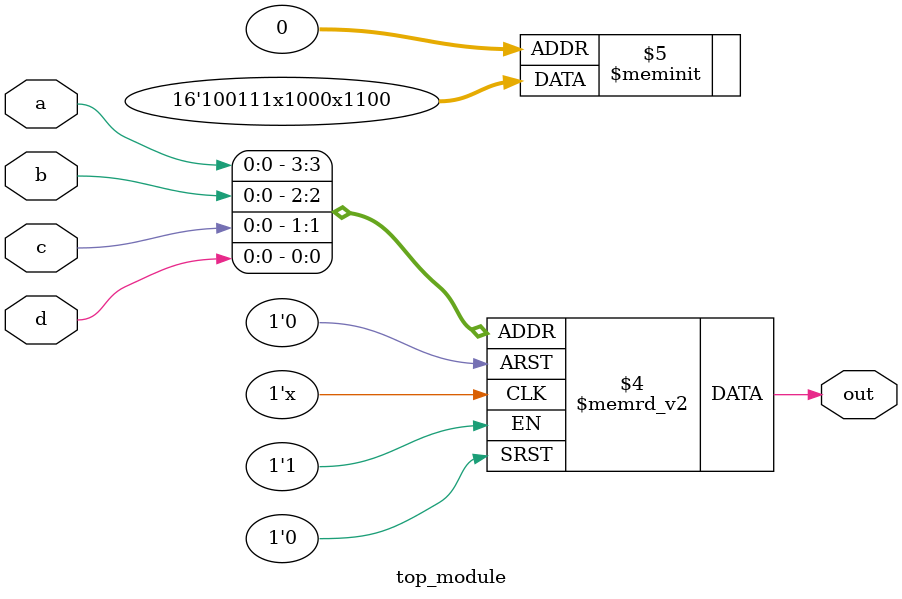
<source format=sv>
module top_module (
  input a,
  input b,
  input c,
  input d,
  output reg out
);
  
  always @(a or b or c or d) begin
    case ({a, b, c, d})
      4'b0000, 4'b0001, 4'b0101, 4'b0110, 4'b0111, 4'b1101, 4'b1110:
        out <= 1'b0;
      4'b0011, 4'b0010, 4'b1111, 4'b1011, 4'b1010, 4'b1000, 4'b1100:
        out <= 1'b1;
      default:
        out <= 1'bx;
    endcase
  end
endmodule

</source>
